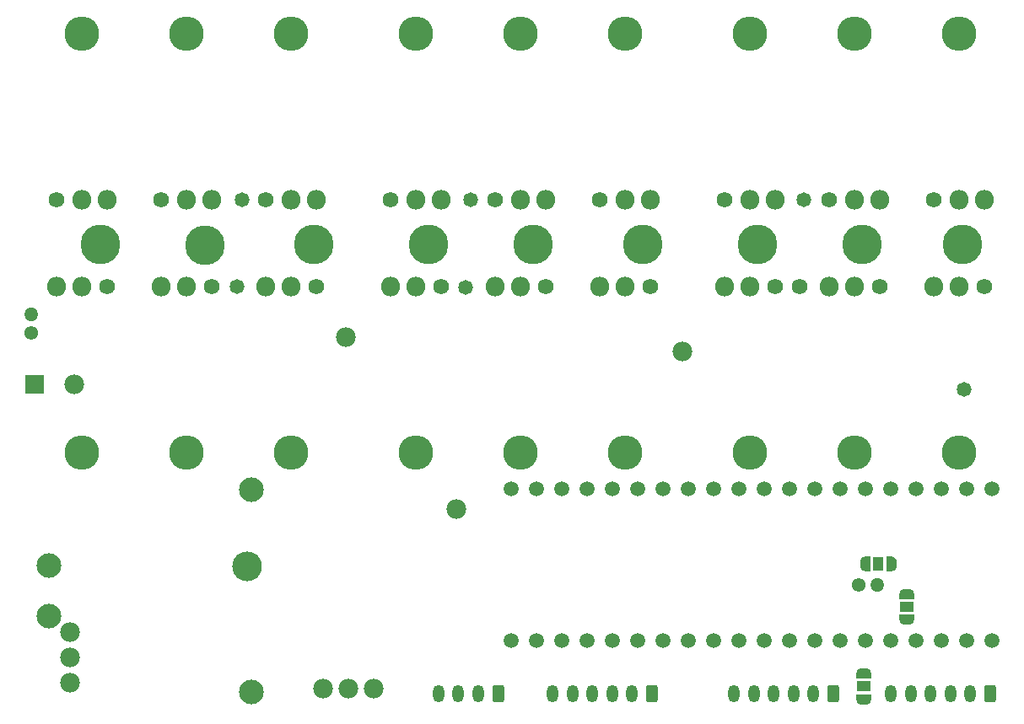
<source format=gbr>
%TF.GenerationSoftware,KiCad,Pcbnew,(6.0.4)*%
%TF.CreationDate,2022-07-25T23:44:37+01:00*%
%TF.ProjectId,CCC_ESC,4343435f-4553-4432-9e6b-696361645f70,rev?*%
%TF.SameCoordinates,Original*%
%TF.FileFunction,Soldermask,Bot*%
%TF.FilePolarity,Negative*%
%FSLAX46Y46*%
G04 Gerber Fmt 4.6, Leading zero omitted, Abs format (unit mm)*
G04 Created by KiCad (PCBNEW (6.0.4)) date 2022-07-25 23:44:37*
%MOMM*%
%LPD*%
G01*
G04 APERTURE LIST*
G04 Aperture macros list*
%AMRoundRect*
0 Rectangle with rounded corners*
0 $1 Rounding radius*
0 $2 $3 $4 $5 $6 $7 $8 $9 X,Y pos of 4 corners*
0 Add a 4 corners polygon primitive as box body*
4,1,4,$2,$3,$4,$5,$6,$7,$8,$9,$2,$3,0*
0 Add four circle primitives for the rounded corners*
1,1,$1+$1,$2,$3*
1,1,$1+$1,$4,$5*
1,1,$1+$1,$6,$7*
1,1,$1+$1,$8,$9*
0 Add four rect primitives between the rounded corners*
20,1,$1+$1,$2,$3,$4,$5,0*
20,1,$1+$1,$4,$5,$6,$7,0*
20,1,$1+$1,$6,$7,$8,$9,0*
20,1,$1+$1,$8,$9,$2,$3,0*%
%AMFreePoly0*
4,1,25,0.540000,-0.740000,0.007915,-0.740000,0.007071,-0.737962,0.000183,-0.735035,-0.078325,-0.733596,-0.210908,-0.692175,-0.326530,-0.615209,-0.415911,-0.508879,-0.471850,-0.381746,-0.489248,-0.248703,-0.490000,-0.247398,-0.490000,0.247982,-0.489164,0.250000,-0.489248,0.251297,-0.489861,0.255987,-0.468491,0.393233,-0.409460,0.518965,-0.317512,0.623077,-0.200041,0.697195,-0.066488,0.735365,
-0.000061,0.734959,0.007028,0.737845,0.007928,0.740000,0.540000,0.740000,0.540000,-0.740000,0.540000,-0.740000,$1*%
%AMFreePoly1*
4,1,22,-0.007071,0.737888,-0.000061,0.734959,0.072412,0.734517,0.205491,0.694718,0.322045,0.619172,0.412717,0.513940,0.470207,0.387499,0.490000,0.249287,0.490000,-0.250000,0.489861,-0.261321,0.466708,-0.398946,0.406145,-0.523945,0.312930,-0.626928,0.194562,-0.699606,0.060551,-0.736142,0.000183,-0.735035,-0.006940,-0.737834,-0.007861,-0.740000,-0.540000,-0.740000,-0.540000,0.740000,
-0.007946,0.740000,-0.007071,0.737888,-0.007071,0.737888,$1*%
G04 Aperture macros list end*
%ADD10C,1.980000*%
%ADD11C,3.980000*%
%ADD12C,2.480000*%
%ADD13C,1.480000*%
%ADD14R,1.980000X1.980000*%
%ADD15RoundRect,0.240000X0.350000X0.625000X-0.350000X0.625000X-0.350000X-0.625000X0.350000X-0.625000X0*%
%ADD16O,1.180000X1.730000*%
%ADD17C,2.980000*%
%ADD18C,1.580000*%
%ADD19C,1.380000*%
%ADD20O,1.380000X1.380000*%
%ADD21C,1.504000*%
%ADD22FreePoly0,90.000000*%
%ADD23R,1.480000X0.980000*%
%ADD24FreePoly1,90.000000*%
%ADD25O,3.480000X3.480000*%
%ADD26O,1.885000X1.980000*%
%ADD27FreePoly0,180.000000*%
%ADD28R,0.980000X1.480000*%
%ADD29FreePoly1,180.000000*%
G04 APERTURE END LIST*
D10*
%TO.C,TP4*%
X82500000Y-83750000D03*
%TD*%
D11*
%TO.C,PH9*%
X144400000Y-74500000D03*
%TD*%
D12*
%TO.C,U6*%
X52654000Y-111813260D03*
X52654000Y-106733260D03*
X72974000Y-99113260D03*
X72974000Y-119433260D03*
%TD*%
D11*
%TO.C,PH4*%
X90800000Y-74500000D03*
%TD*%
D13*
%TO.C,TP1*%
X72050000Y-70000000D03*
%TD*%
D14*
%TO.C,CX17*%
X51200000Y-88500000D03*
D10*
X55200000Y-88500000D03*
%TD*%
D15*
%TO.C,J4*%
X113219000Y-119628260D03*
D16*
X111219000Y-119628260D03*
X109219000Y-119628260D03*
X107219000Y-119628260D03*
X105219000Y-119628260D03*
X103219000Y-119628260D03*
%TD*%
D17*
%TO.C,TP11*%
X72569000Y-106778260D03*
%TD*%
D18*
%TO.C,TP9*%
X128000000Y-78750000D03*
%TD*%
D11*
%TO.C,PH5*%
X112250000Y-74450000D03*
%TD*%
D19*
%TO.C,SW1*%
X50900000Y-83405000D03*
D20*
X50900000Y-81505000D03*
%TD*%
D10*
%TO.C,TP3*%
X93569000Y-101028260D03*
%TD*%
D11*
%TO.C,PH8*%
X123800000Y-74500000D03*
%TD*%
D15*
%TO.C,J2*%
X131419000Y-119628260D03*
D16*
X129419000Y-119628260D03*
X127419000Y-119628260D03*
X125419000Y-119628260D03*
X123419000Y-119628260D03*
X121419000Y-119628260D03*
%TD*%
D10*
%TO.C,U8*%
X54779000Y-113418260D03*
X54779000Y-115958260D03*
X54779000Y-118498260D03*
%TD*%
%TO.C,U7*%
X80164000Y-119123260D03*
X82704000Y-119123260D03*
X85244000Y-119123260D03*
%TD*%
D11*
%TO.C,PH3*%
X68350000Y-74550000D03*
%TD*%
%TO.C,PH2*%
X57800000Y-74500000D03*
%TD*%
%TO.C,PH1*%
X79250000Y-74500000D03*
%TD*%
%TO.C,PH6*%
X101250000Y-74500000D03*
%TD*%
D13*
%TO.C,TP10*%
X144500000Y-89000000D03*
%TD*%
%TO.C,TP7*%
X94500000Y-78800000D03*
%TD*%
D11*
%TO.C,PH7*%
X134300000Y-74500000D03*
%TD*%
D19*
%TO.C,NTC1*%
X133914000Y-108678260D03*
D20*
X135814000Y-108678260D03*
%TD*%
D21*
%TO.C,U5*%
X147329000Y-99028260D03*
X144789000Y-99028260D03*
X142249000Y-99028260D03*
X139709000Y-99028260D03*
X137169000Y-99028260D03*
X134629000Y-99028260D03*
X132089000Y-99028260D03*
X129549000Y-99028260D03*
X127009000Y-99028260D03*
X124469000Y-99028260D03*
X121929000Y-99028260D03*
X119389000Y-99028260D03*
X116849000Y-99028260D03*
X114309000Y-99028260D03*
X111769000Y-99028260D03*
X109229000Y-99028260D03*
X106689000Y-99028260D03*
X104149000Y-99028260D03*
X101609000Y-99028260D03*
X99069000Y-99028260D03*
X99069000Y-114268260D03*
X101609000Y-114268260D03*
X104149000Y-114268260D03*
X106689000Y-114268260D03*
X109229000Y-114268260D03*
X111769000Y-114268260D03*
X114285395Y-114278253D03*
X116849000Y-114268260D03*
X119389000Y-114268260D03*
X121929000Y-114268260D03*
X124469000Y-114268260D03*
X127009000Y-114268260D03*
X129549000Y-114268260D03*
X132089000Y-114268260D03*
X134629000Y-114268260D03*
X137169000Y-114268260D03*
X139709000Y-114268260D03*
X142249000Y-114268260D03*
X144789000Y-114268260D03*
X147329000Y-114268260D03*
%TD*%
D13*
%TO.C,TP8*%
X128450000Y-70000000D03*
%TD*%
%TO.C,TP6*%
X95000000Y-70000000D03*
%TD*%
D10*
%TO.C,TP2*%
X116250000Y-85250000D03*
%TD*%
D15*
%TO.C,J1*%
X97769000Y-119628260D03*
D16*
X95769000Y-119628260D03*
X93769000Y-119628260D03*
X91769000Y-119628260D03*
%TD*%
D15*
%TO.C,J3*%
X147169000Y-119628260D03*
D16*
X145169000Y-119628260D03*
X143169000Y-119628260D03*
X141169000Y-119628260D03*
X139169000Y-119628260D03*
X137169000Y-119628260D03*
%TD*%
D13*
%TO.C,TP5*%
X71550000Y-78750000D03*
%TD*%
D22*
%TO.C,JP1*%
X134419000Y-120178260D03*
D23*
X134419000Y-118878260D03*
D24*
X134419000Y-117578260D03*
%TD*%
D25*
%TO.C,QB4*%
X100000000Y-95410000D03*
D18*
X102540000Y-78750000D03*
D26*
X100000000Y-78750000D03*
X97460000Y-78750000D03*
%TD*%
D25*
%TO.C,QB5*%
X89500000Y-53340000D03*
D18*
X86960000Y-70000000D03*
D26*
X89500000Y-70000000D03*
X92040000Y-70000000D03*
%TD*%
D25*
%TO.C,QA3*%
X66500000Y-53340000D03*
D18*
X63960000Y-70000000D03*
D26*
X66500000Y-70000000D03*
X69040000Y-70000000D03*
%TD*%
D25*
%TO.C,QC6*%
X123000000Y-95410000D03*
D18*
X125540000Y-78750000D03*
D26*
X123000000Y-78750000D03*
X120460000Y-78750000D03*
%TD*%
D25*
%TO.C,QC5*%
X144000000Y-53340000D03*
D18*
X141460000Y-70000000D03*
D26*
X144000000Y-70000000D03*
X146540000Y-70000000D03*
%TD*%
D25*
%TO.C,QC4*%
X144000000Y-95410000D03*
D18*
X146540000Y-78750000D03*
D26*
X144000000Y-78750000D03*
X141460000Y-78750000D03*
%TD*%
D27*
%TO.C,JP3*%
X137219000Y-106528260D03*
D28*
X135919000Y-106528260D03*
D29*
X134619000Y-106528260D03*
%TD*%
D25*
%TO.C,QA6*%
X56000000Y-95410000D03*
D18*
X58540000Y-78750000D03*
D26*
X56000000Y-78750000D03*
X53460000Y-78750000D03*
%TD*%
D25*
%TO.C,QB6*%
X89500000Y-95410000D03*
D18*
X92040000Y-78750000D03*
D26*
X89500000Y-78750000D03*
X86960000Y-78750000D03*
%TD*%
D25*
%TO.C,QB2*%
X110500000Y-95410000D03*
D18*
X113040000Y-78750000D03*
D26*
X110500000Y-78750000D03*
X107960000Y-78750000D03*
%TD*%
D25*
%TO.C,QA5*%
X77000000Y-53340000D03*
D18*
X74460000Y-70000000D03*
D26*
X77000000Y-70000000D03*
X79540000Y-70000000D03*
%TD*%
D22*
%TO.C,JP2*%
X138819000Y-112178260D03*
D23*
X138819000Y-110878260D03*
D24*
X138819000Y-109578260D03*
%TD*%
D25*
%TO.C,QA1*%
X56000000Y-53340000D03*
D18*
X53460000Y-70000000D03*
D26*
X56000000Y-70000000D03*
X58540000Y-70000000D03*
%TD*%
D25*
%TO.C,QB3*%
X100000000Y-53340000D03*
D18*
X97460000Y-70000000D03*
D26*
X100000000Y-70000000D03*
X102540000Y-70000000D03*
%TD*%
D25*
%TO.C,QC3*%
X133500000Y-53340000D03*
D18*
X130960000Y-70000000D03*
D26*
X133500000Y-70000000D03*
X136040000Y-70000000D03*
%TD*%
D25*
%TO.C,QA4*%
X66500000Y-95410000D03*
D18*
X69040000Y-78750000D03*
D26*
X66500000Y-78750000D03*
X63960000Y-78750000D03*
%TD*%
D25*
%TO.C,QC2*%
X133500000Y-95410000D03*
D18*
X136040000Y-78750000D03*
D26*
X133500000Y-78750000D03*
X130960000Y-78750000D03*
%TD*%
D25*
%TO.C,QC1*%
X123000000Y-53340000D03*
D18*
X120460000Y-70000000D03*
D26*
X123000000Y-70000000D03*
X125540000Y-70000000D03*
%TD*%
D25*
%TO.C,QA2*%
X77000000Y-95410000D03*
D18*
X79540000Y-78750000D03*
D26*
X77000000Y-78750000D03*
X74460000Y-78750000D03*
%TD*%
D25*
%TO.C,QB1*%
X110500000Y-53340000D03*
D18*
X107960000Y-70000000D03*
D26*
X110500000Y-70000000D03*
X113040000Y-70000000D03*
%TD*%
M02*

</source>
